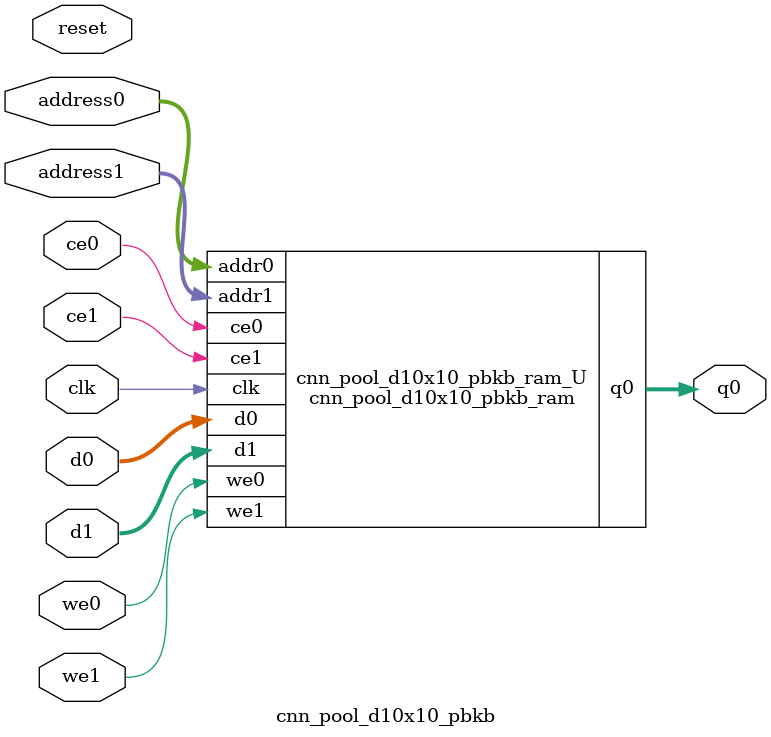
<source format=v>

`timescale 1 ns / 1 ps
module cnn_pool_d10x10_pbkb_ram (addr0, ce0, d0, we0, q0, addr1, ce1, d1, we1,  clk);

parameter DWIDTH = 32;
parameter AWIDTH = 4;
parameter MEM_SIZE = 10;

input[AWIDTH-1:0] addr0;
input ce0;
input[DWIDTH-1:0] d0;
input we0;
output reg[DWIDTH-1:0] q0;
input[AWIDTH-1:0] addr1;
input ce1;
input[DWIDTH-1:0] d1;
input we1;
input clk;

(* ram_style = "block" *)reg [DWIDTH-1:0] ram[0:MEM_SIZE-1];




always @(posedge clk)  
begin 
    if (ce0) 
    begin
        if (we0) 
        begin 
            ram[addr0] <= d0; 
            q0 <= d0;
        end 
        else 
            q0 <= ram[addr0];
    end
end


always @(posedge clk)  
begin 
    if (ce1) 
    begin
        if (we1) 
        begin 
            ram[addr1] <= d1; 
        end 
    end
end


endmodule


`timescale 1 ns / 1 ps
module cnn_pool_d10x10_pbkb(
    reset,
    clk,
    address0,
    ce0,
    we0,
    d0,
    q0,
    address1,
    ce1,
    we1,
    d1);

parameter DataWidth = 32'd32;
parameter AddressRange = 32'd10;
parameter AddressWidth = 32'd4;
input reset;
input clk;
input[AddressWidth - 1:0] address0;
input ce0;
input we0;
input[DataWidth - 1:0] d0;
output[DataWidth - 1:0] q0;
input[AddressWidth - 1:0] address1;
input ce1;
input we1;
input[DataWidth - 1:0] d1;



cnn_pool_d10x10_pbkb_ram cnn_pool_d10x10_pbkb_ram_U(
    .clk( clk ),
    .addr0( address0 ),
    .ce0( ce0 ),
    .d0( d0 ),
    .we0( we0 ),
    .q0( q0 ),
    .addr1( address1 ),
    .ce1( ce1 ),
    .d1( d1 ),
    .we1( we1 ));

endmodule


</source>
